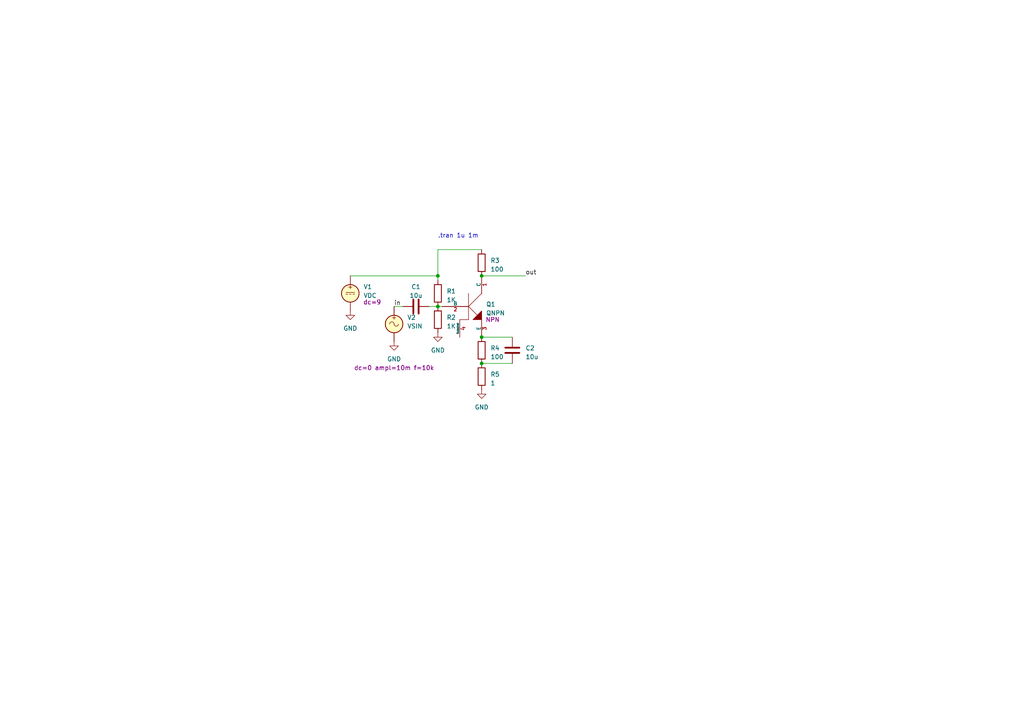
<source format=kicad_sch>
(kicad_sch (version 20221004) (generator eeschema)
  (paper "A4")
  (lib_symbols
    (symbol "Device:C" (pin_numbers hide) (pin_names (offset 0.254))
      (property "Reference" "C" (at 0.635 2.54 0))
      (property "Value" "C" (at 0.635 -2.54 0))
      (symbol "C_0_1"
        (polyline (pts (xy -2.032 -0.762) (xy 2.032 -0.762)) (stroke (width 0.508)))
        (polyline (pts (xy -2.032 0.762) (xy 2.032 0.762)) (stroke (width 0.508)))
      )
      (symbol "C_1_1"
        (pin passive line (at 0 3.81 270) (length 2.794) (name "~") (number "1"))
        (pin passive line (at 0 -3.81 90) (length 2.794) (name "~") (number "2"))
      )
    )
    (symbol "Device:R" (pin_numbers hide) (pin_names (offset 0))
      (property "Reference" "R" (at 2.032 0 90))
      (property "Value" "R" (at 0 0 90))
      (symbol "R_0_1"
        (rectangle (start -1.016 -2.54) (end 1.016 2.54) (stroke (width 0.254)))
      )
      (symbol "R_1_1"
        (pin passive line (at 0 3.81 270) (length 1.27) (name "~") (number "1"))
        (pin passive line (at 0 -3.81 90) (length 1.27) (name "~") (number "2"))
      )
    )
    (symbol "Simulation_SPICE:VDC" (pin_numbers hide) (pin_names (offset 0.0254))
      (property "Reference" "V" (at 2.54 2.54 0))
      (property "Value" "VDC" (at 2.54 0 0))
      (property "Spice_Model" "dc(1)" (at 2.54 -2.54 0))
      (symbol "VDC_0_0"
        (polyline (pts (xy -1.27 0.254) (xy 1.27 0.254)))
        (polyline (pts (xy -0.762 -0.254) (xy -1.27 -0.254)))
        (polyline (pts (xy 0.254 -0.254) (xy -0.254 -0.254)))
        (polyline (pts (xy 1.27 -0.254) (xy 0.762 -0.254)))
        (text "+" (at 0 1.905 0) (effects (font (size 1.27 1.27))))
      )
      (symbol "VDC_0_1"
        (circle (center 0 0) (radius 2.54) (stroke (width 0.254)) (fill (type background)))
      )
      (symbol "VDC_1_1"
        (pin passive line (at 0 5.08 270) (length 2.54) (name "~") (number "1"))
        (pin passive line (at 0 -5.08 90) (length 2.54) (name "~") (number "2"))
      )
    )
    (symbol "Simulation_SPICE:VSIN" (pin_numbers hide) (pin_names (offset 0.0254))
      (property "Reference" "V" (at 2.54 2.54 0))
      (property "Value" "VSIN" (at 2.54 0 0))
      (property "Spice_Model" "sin(0 1 1k)" (at 2.54 -2.54 0))
      (symbol "VSIN_0_0"
        (arc (start 0 0) (mid -0.635 0.6323) (end -1.27 0))
        (arc (start 0 0) (mid 0.635 -0.6323) (end 1.27 0))
        (text "+" (at 0 1.905 0) (effects (font (size 1.27 1.27))))
      )
      (symbol "VSIN_0_1"
        (circle (center 0 0) (radius 2.54) (stroke (width 0.254)) (fill (type background)))
      )
      (symbol "VSIN_1_1"
        (pin passive line (at 0 5.08 270) (length 2.54) (name "~") (number "1"))
        (pin passive line (at 0 -5.08 90) (length 2.54) (name "~") (number "2"))
      )
    )
    (symbol "power:GND" (power) (pin_names (offset 0))
      (property "Value" "GND" (at 0 -3.81 0))
      (symbol "GND_0_1"
        (polyline (pts (xy 0 0) (xy 0 -1.27) (xy 1.27 -1.27) (xy 0 -2.54) (xy -1.27 -1.27) (xy 0 -1.27)))
      )
      (symbol "GND_1_1"
        (pin power_in line (at 0 0 270) (length 0) hide (name "GND") (number "1"))
      )
    )
    (symbol "pspice:QNPN" (pin_names (offset 0))
      (property "Reference" "Q" (at -2.54 7.62 0))
      (property "Value" "QNPN" (at -2.54 5.08 0))
      (symbol "QNPN_0_0"
        (polyline (pts (xy 0 0) (xy 3.81 -3.81)))
        (polyline (pts (xy 3.81 -3.81) (xy 3.81 -1.27) (xy 1.27 -3.81) (xy 3.81 -3.81)) (fill (type outline)))
      )
      (symbol "QNPN_0_1"
        (polyline (pts (xy 0 -3.81) (xy 0 3.81)))
        (polyline (pts (xy 0 0) (xy 3.81 3.81)))
        (polyline (pts (xy -2.54 -3.81) (xy 0 -3.81) (xy 0 -3.81) (xy 0 -3.81)))
      )
      (symbol "QNPN_1_1"
        (pin passive line (at 3.81 8.89 270) (length 5.08) (name "C") (number "1"))
        (pin input line (at -7.62 0 0) (length 7.62) (name "B") (number "2"))
        (pin passive line (at 3.81 -8.89 90) (length 5.08) (name "E") (number "3"))
        (pin input line (at -2.54 -8.89 90) (length 5.08) (name "Substrat") (number "4"))
      )
    )
  )
  (junction (at 127 88.9))
  (junction (at 139.7 97.79))
  (junction (at 139.7 80.01))
  (junction (at 127 80.01))
  (junction (at 139.7 105.41))
  (wire (pts (xy 114.3 88.9) (xy 116.84 88.9)))
  (wire (pts (xy 124.46 88.9) (xy 127 88.9)))
  (wire (pts (xy 139.7 80.01) (xy 152.4 80.01)))
  (wire (pts (xy 127 88.9) (xy 128.27 88.9)))
  (wire (pts (xy 101.6 80.01) (xy 127 80.01)))
  (wire (pts (xy 127 72.39) (xy 139.7 72.39)))
  (wire (pts (xy 139.7 97.79) (xy 148.59 97.79)))
  (wire (pts (xy 127 80.01) (xy 127 72.39)))
  (wire (pts (xy 139.7 105.41) (xy 148.59 105.41)))
  (wire (pts (xy 127 80.01) (xy 127 81.28)))
  (text ".tran 1u 1m" (at 127 69.215 0) (effects (font (size 1.27 1.27)) (justify left bottom)))
  (label "in" (at 114.3 88.9 0))
  (label "out" (at 152.4 80.01 0))
  (symbol (lib_id "power:GND") (at 114.3 99.06 0) (unit 1)
    (property "Reference" "#PWR02" (effects hide))
    (property "Value" "GND" (at 114.3 104.14 0))
  )
  (symbol (lib_id "power:GND") (at 101.6 90.17 0) (unit 1)
    (property "Reference" "#PWR01" (effects hide))
    (property "Value" "GND" (at 101.6 95.25 0))
  )
  (symbol (lib_id "Device:C") (at 120.65 88.9 90) (unit 1)
    (property "Reference" "C1" (at 120.65 83.185 90))
    (property "Value" "10u" (at 120.65 85.725 90))
    (property "Sim.Device" "C" (effects hide))
  )
  (symbol (lib_id "power:GND") (at 127 96.52 0) (unit 1)
    (property "Reference" "#PWR03" (effects hide))
    (property "Value" "GND" (at 127 101.6 0))
  )
  (symbol (lib_id "pspice:QNPN") (at 135.89 88.9 0) (unit 1)
    (property "Reference" "Q1" (at 140.97 88.265 0) (effects (justify left)))
    (property "Value" "QNPN" (at 140.97 90.805 0) (effects (justify left)))
    (property "Sim_Name" "NPN" (at 142.875 92.71 0))
    (property "Sim_Library" "npn.lib.spice" (effects hide))
    (property "Sim.Device" "NPN" (effects hide))
    (property "Sim.Type" "GUMMELPOON" (effects hide))
    (property "Sim.Pins" "1 2 3" (effects hide))
  )
  (symbol (lib_id "Device:C") (at 148.59 101.6 0) (unit 1)
    (property "Reference" "C2" (at 152.4 100.965 0) (effects (justify left)))
    (property "Value" "10u" (at 152.4 103.505 0) (effects (justify left)))
    (property "Sim.Device" "C" (effects hide))
  )
  (symbol (lib_id "Device:R") (at 139.7 76.2 0) (unit 1)
    (property "Reference" "R3" (at 142.24 75.565 0) (effects (justify left)))
    (property "Value" "100" (at 142.24 78.105 0) (effects (justify left)))
    (property "Sim.Device" "R" (effects hide))
  )
  (symbol (lib_id "Simulation_SPICE:VSIN") (at 114.3 93.98 0) (unit 1)
    (property "Reference" "V2" (at 118.11 92.075 0) (effects (justify left)))
    (property "Value" "VSIN" (at 118.11 94.615 0) (effects (justify left)))
    (property "Sim.Device" "V" (effects hide))
    (property "Sim.Type" "SIN" (effects hide))
    (property "Sim.Pins" "1 2" (effects hide))
    (property "Sim.Params" "dc=0 ampl=10m f=10k" (at 114.3 106.68 0))
  )
  (symbol (lib_id "Device:R") (at 139.7 101.6 0) (unit 1)
    (property "Reference" "R4" (at 142.24 100.965 0) (effects (justify left)))
    (property "Value" "100" (at 142.24 103.505 0) (effects (justify left)))
    (property "Sim.Device" "R" (effects hide))
  )
  (symbol (lib_id "power:GND") (at 139.7 113.03 0) (unit 1)
    (property "Reference" "#PWR04" (effects hide))
    (property "Value" "GND" (at 139.7 118.11 0))
  )
  (symbol (lib_id "Device:R") (at 127 85.09 0) (unit 1)
    (property "Reference" "R1" (at 129.54 84.455 0) (effects (justify left)))
    (property "Value" "1K" (at 129.54 86.995 0) (effects (justify left)))
    (property "Sim.Device" "R" (effects hide))
  )
  (symbol (lib_id "Device:R") (at 139.7 109.22 0) (unit 1)
    (property "Reference" "R5" (at 142.24 108.585 0) (effects (justify left)))
    (property "Value" "1" (at 142.24 111.125 0) (effects (justify left)))
    (property "Sim.Device" "R" (effects hide))
  )
  (symbol (lib_id "Device:R") (at 127 92.71 0) (unit 1)
    (property "Reference" "R2" (at 129.54 92.075 0) (effects (justify left)))
    (property "Value" "1K" (at 129.54 94.615 0) (effects (justify left)))
    (property "Sim.Device" "R" (effects hide))
  )
  (symbol (lib_id "Simulation_SPICE:VDC") (at 101.6 85.09 0) (unit 1)
    (property "Reference" "V1" (at 105.41 83.185 0) (effects (justify left)))
    (property "Value" "VDC" (at 105.41 85.725 0) (effects (justify left)))
    (property "Sim.Device" "V" (effects hide))
    (property "Sim.Pins" "1 2" (effects hide))
    (property "Sim.Params" "dc=9" (at 107.95 87.63 0))
  )
)
</source>
